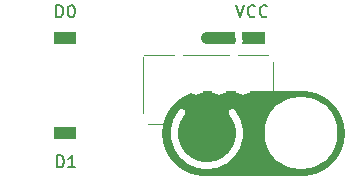
<source format=gto>
%TF.GenerationSoftware,KiCad,Pcbnew,4.0.7-e2-6376~58~ubuntu16.04.1*%
%TF.CreationDate,2018-02-04T11:51:22-08:00*%
%TF.ProjectId,2x4-Grove-Sensor,3278342D47726F76652D53656E736F72,1.0*%
%TF.FileFunction,Legend,Top*%
%FSLAX46Y46*%
G04 Gerber Fmt 4.6, Leading zero omitted, Abs format (unit mm)*
G04 Created by KiCad (PCBNEW 4.0.7-e2-6376~58~ubuntu16.04.1) date Sun Feb  4 11:51:22 2018*
%MOMM*%
%LPD*%
G01*
G04 APERTURE LIST*
%ADD10C,0.350000*%
%ADD11C,1.000000*%
%ADD12C,7.200000*%
%ADD13C,0.152400*%
%ADD14C,0.120000*%
%ADD15C,0.600000*%
%ADD16C,1.676400*%
%ADD17C,6.152400*%
G04 APERTURE END LIST*
D10*
D11*
X68300600Y-61366400D02*
X77190600Y-61366400D01*
X68199000Y-53289200D02*
X77190600Y-53289200D01*
X84480400Y-53289200D02*
X93472000Y-53289200D01*
D12*
X84251800Y-61366400D02*
X92532200Y-61366400D01*
D13*
X86986534Y-50523019D02*
X87325201Y-51539019D01*
X87663867Y-50523019D01*
X88583105Y-51442257D02*
X88534724Y-51490638D01*
X88389581Y-51539019D01*
X88292819Y-51539019D01*
X88147677Y-51490638D01*
X88050915Y-51393876D01*
X88002534Y-51297114D01*
X87954153Y-51103590D01*
X87954153Y-50958448D01*
X88002534Y-50764924D01*
X88050915Y-50668162D01*
X88147677Y-50571400D01*
X88292819Y-50523019D01*
X88389581Y-50523019D01*
X88534724Y-50571400D01*
X88583105Y-50619781D01*
X89599105Y-51442257D02*
X89550724Y-51490638D01*
X89405581Y-51539019D01*
X89308819Y-51539019D01*
X89163677Y-51490638D01*
X89066915Y-51393876D01*
X89018534Y-51297114D01*
X88970153Y-51103590D01*
X88970153Y-50958448D01*
X89018534Y-50764924D01*
X89066915Y-50668162D01*
X89163677Y-50571400D01*
X89308819Y-50523019D01*
X89405581Y-50523019D01*
X89550724Y-50571400D01*
X89599105Y-50619781D01*
X71817896Y-64264419D02*
X71817896Y-63248419D01*
X72059801Y-63248419D01*
X72204943Y-63296800D01*
X72301705Y-63393562D01*
X72350086Y-63490324D01*
X72398467Y-63683848D01*
X72398467Y-63828990D01*
X72350086Y-64022514D01*
X72301705Y-64119276D01*
X72204943Y-64216038D01*
X72059801Y-64264419D01*
X71817896Y-64264419D01*
X73366086Y-64264419D02*
X72785515Y-64264419D01*
X73075801Y-64264419D02*
X73075801Y-63248419D01*
X72979039Y-63393562D01*
X72882277Y-63490324D01*
X72785515Y-63538705D01*
X71767096Y-51539019D02*
X71767096Y-50523019D01*
X72009001Y-50523019D01*
X72154143Y-50571400D01*
X72250905Y-50668162D01*
X72299286Y-50764924D01*
X72347667Y-50958448D01*
X72347667Y-51103590D01*
X72299286Y-51297114D01*
X72250905Y-51393876D01*
X72154143Y-51490638D01*
X72009001Y-51539019D01*
X71767096Y-51539019D01*
X72976620Y-50523019D02*
X73073381Y-50523019D01*
X73170143Y-50571400D01*
X73218524Y-50619781D01*
X73266905Y-50716543D01*
X73315286Y-50910067D01*
X73315286Y-51151971D01*
X73266905Y-51345495D01*
X73218524Y-51442257D01*
X73170143Y-51490638D01*
X73073381Y-51539019D01*
X72976620Y-51539019D01*
X72879858Y-51490638D01*
X72831477Y-51442257D01*
X72783096Y-51345495D01*
X72734715Y-51151971D01*
X72734715Y-50910067D01*
X72783096Y-50716543D01*
X72831477Y-50619781D01*
X72879858Y-50571400D01*
X72976620Y-50523019D01*
D14*
X86553800Y-60627800D02*
X87153800Y-60627800D01*
X81953800Y-60627800D02*
X82553800Y-60627800D01*
X79053800Y-54777800D02*
X90103800Y-54777800D01*
X79053800Y-60627800D02*
X79053800Y-54777800D01*
X82803800Y-60627800D02*
X86303800Y-60627800D01*
X90103800Y-60627800D02*
X90103800Y-54777800D01*
X79053800Y-60627800D02*
X81703800Y-60627800D01*
X87453800Y-60627800D02*
X90103800Y-60627800D01*
%LPC*%
D15*
X82372200Y-59613800D02*
G75*
G03X86639401Y-59613798I2133601J-1752598D01*
G01*
X86614000Y-55067200D02*
G75*
G03X82346799Y-55067202I-2133601J1752598D01*
G01*
D16*
X81553800Y-57327800D03*
X83553800Y-57327800D03*
X85553800Y-57327800D03*
X87553800Y-57327800D03*
D17*
X92505800Y-61341000D03*
X76505800Y-61341000D03*
X68505800Y-61341000D03*
X68505800Y-53341000D03*
X76505800Y-53341000D03*
X92505800Y-53341000D03*
M02*

</source>
